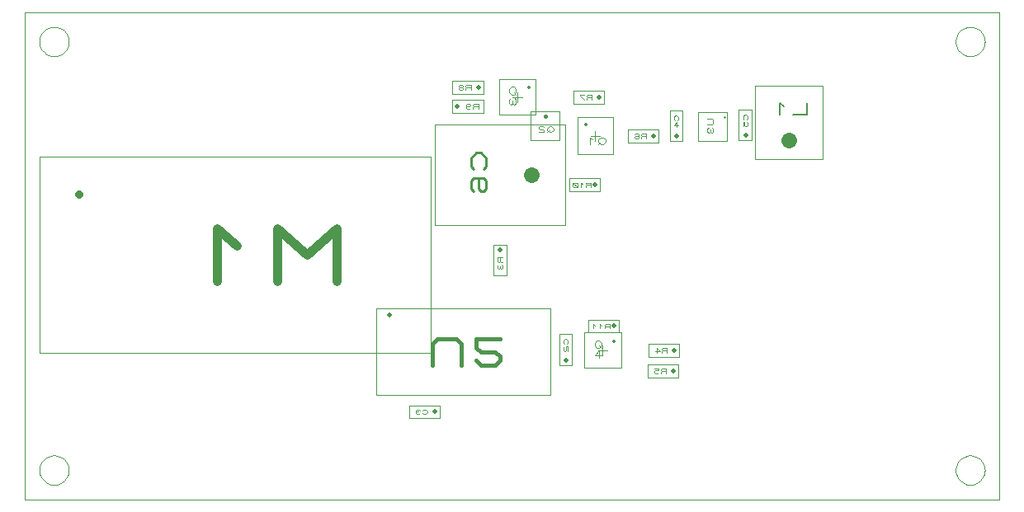
<source format=gbr>
G04 PROTEUS GERBER X2 FILE*
%TF.GenerationSoftware,Labcenter,Proteus,8.16-SP3-Build36097*%
%TF.CreationDate,2025-11-07T09:34:26+00:00*%
%TF.FileFunction,AssemblyDrawing,Bot*%
%TF.FilePolarity,Positive*%
%TF.Part,Single*%
%TF.SameCoordinates,{86f2edb6-a998-41b4-a695-59585592bfa3}*%
%FSLAX45Y45*%
%MOMM*%
G01*
%TA.AperFunction,Profile*%
%ADD20C,0.101600*%
%TA.AperFunction,Material*%
%ADD72C,0.101600*%
%ADD64C,0.508000*%
%ADD65C,0.076200*%
%ADD62C,0.812800*%
%ADD80C,0.911120*%
%ADD33C,0.050000*%
%ADD81C,0.375920*%
%ADD82C,0.115000*%
%ADD83C,0.406400*%
%ADD84C,0.096520*%
%ADD85C,0.254000*%
%ADD86C,0.093130*%
%ADD32C,0.100000*%
%ADD87C,1.640000*%
%ADD88C,0.204500*%
%ADD89C,1.600000*%
%ADD90C,0.255160*%
%ADD66C,0.440230*%
%TD.AperFunction*%
D20*
X-5528000Y-2391260D02*
X+4472000Y-2391260D01*
X+4472000Y+2608740D01*
X-5528000Y+2608740D01*
X-5528000Y-2391260D01*
X+4322000Y+2308740D02*
X+4321498Y+2320998D01*
X+4317422Y+2345515D01*
X+4308906Y+2370032D01*
X+4295032Y+2394549D01*
X+4273806Y+2418901D01*
X+4249289Y+2437295D01*
X+4224772Y+2449151D01*
X+4200255Y+2456055D01*
X+4175738Y+2458693D01*
X+4172000Y+2458740D01*
X+4022000Y+2308740D02*
X+4022502Y+2320998D01*
X+4026578Y+2345515D01*
X+4035094Y+2370032D01*
X+4048968Y+2394549D01*
X+4070194Y+2418901D01*
X+4094711Y+2437295D01*
X+4119228Y+2449151D01*
X+4143745Y+2456055D01*
X+4168262Y+2458693D01*
X+4172000Y+2458740D01*
X+4022000Y+2308740D02*
X+4022502Y+2296482D01*
X+4026578Y+2271965D01*
X+4035094Y+2247448D01*
X+4048968Y+2222931D01*
X+4070194Y+2198579D01*
X+4094711Y+2180185D01*
X+4119228Y+2168329D01*
X+4143745Y+2161425D01*
X+4168262Y+2158787D01*
X+4172000Y+2158740D01*
X+4322000Y+2308740D02*
X+4321498Y+2296482D01*
X+4317422Y+2271965D01*
X+4308906Y+2247448D01*
X+4295032Y+2222931D01*
X+4273806Y+2198579D01*
X+4249289Y+2180185D01*
X+4224772Y+2168329D01*
X+4200255Y+2161425D01*
X+4175738Y+2158787D01*
X+4172000Y+2158740D01*
X+4322000Y-2091260D02*
X+4321498Y-2079002D01*
X+4317422Y-2054485D01*
X+4308906Y-2029968D01*
X+4295032Y-2005451D01*
X+4273806Y-1981099D01*
X+4249289Y-1962705D01*
X+4224772Y-1950849D01*
X+4200255Y-1943945D01*
X+4175738Y-1941307D01*
X+4172000Y-1941260D01*
X+4022000Y-2091260D02*
X+4022502Y-2079002D01*
X+4026578Y-2054485D01*
X+4035094Y-2029968D01*
X+4048968Y-2005451D01*
X+4070194Y-1981099D01*
X+4094711Y-1962705D01*
X+4119228Y-1950849D01*
X+4143745Y-1943945D01*
X+4168262Y-1941307D01*
X+4172000Y-1941260D01*
X+4022000Y-2091260D02*
X+4022502Y-2103518D01*
X+4026578Y-2128035D01*
X+4035094Y-2152552D01*
X+4048968Y-2177069D01*
X+4070194Y-2201421D01*
X+4094711Y-2219815D01*
X+4119228Y-2231671D01*
X+4143745Y-2238575D01*
X+4168262Y-2241213D01*
X+4172000Y-2241260D01*
X+4322000Y-2091260D02*
X+4321498Y-2103518D01*
X+4317422Y-2128035D01*
X+4308906Y-2152552D01*
X+4295032Y-2177069D01*
X+4273806Y-2201421D01*
X+4249289Y-2219815D01*
X+4224772Y-2231671D01*
X+4200255Y-2238575D01*
X+4175738Y-2241213D01*
X+4172000Y-2241260D01*
X-5078000Y-2091260D02*
X-5078502Y-2079002D01*
X-5082578Y-2054485D01*
X-5091094Y-2029968D01*
X-5104968Y-2005451D01*
X-5126194Y-1981099D01*
X-5150711Y-1962705D01*
X-5175228Y-1950849D01*
X-5199745Y-1943945D01*
X-5224262Y-1941307D01*
X-5228000Y-1941260D01*
X-5378000Y-2091260D02*
X-5377498Y-2079002D01*
X-5373422Y-2054485D01*
X-5364906Y-2029968D01*
X-5351032Y-2005451D01*
X-5329806Y-1981099D01*
X-5305289Y-1962705D01*
X-5280772Y-1950849D01*
X-5256255Y-1943945D01*
X-5231738Y-1941307D01*
X-5228000Y-1941260D01*
X-5378000Y-2091260D02*
X-5377498Y-2103518D01*
X-5373422Y-2128035D01*
X-5364906Y-2152552D01*
X-5351032Y-2177069D01*
X-5329806Y-2201421D01*
X-5305289Y-2219815D01*
X-5280772Y-2231671D01*
X-5256255Y-2238575D01*
X-5231738Y-2241213D01*
X-5228000Y-2241260D01*
X-5078000Y-2091260D02*
X-5078502Y-2103518D01*
X-5082578Y-2128035D01*
X-5091094Y-2152552D01*
X-5104968Y-2177069D01*
X-5126194Y-2201421D01*
X-5150711Y-2219815D01*
X-5175228Y-2231671D01*
X-5199745Y-2238575D01*
X-5224262Y-2241213D01*
X-5228000Y-2241260D01*
X-5078000Y+2308740D02*
X-5078502Y+2320998D01*
X-5082578Y+2345515D01*
X-5091094Y+2370032D01*
X-5104968Y+2394549D01*
X-5126194Y+2418901D01*
X-5150711Y+2437295D01*
X-5175228Y+2449151D01*
X-5199745Y+2456055D01*
X-5224262Y+2458693D01*
X-5228000Y+2458740D01*
X-5378000Y+2308740D02*
X-5377498Y+2320998D01*
X-5373422Y+2345515D01*
X-5364906Y+2370032D01*
X-5351032Y+2394549D01*
X-5329806Y+2418901D01*
X-5305289Y+2437295D01*
X-5280772Y+2449151D01*
X-5256255Y+2456055D01*
X-5231738Y+2458693D01*
X-5228000Y+2458740D01*
X-5378000Y+2308740D02*
X-5377498Y+2296482D01*
X-5373422Y+2271965D01*
X-5364906Y+2247448D01*
X-5351032Y+2222931D01*
X-5329806Y+2198579D01*
X-5305289Y+2180185D01*
X-5280772Y+2168329D01*
X-5256255Y+2161425D01*
X-5231738Y+2158787D01*
X-5228000Y+2158740D01*
X-5078000Y+2308740D02*
X-5078502Y+2296482D01*
X-5082578Y+2271965D01*
X-5091094Y+2247448D01*
X-5104968Y+2222931D01*
X-5126194Y+2198579D01*
X-5150711Y+2180185D01*
X-5175228Y+2168329D01*
X-5199745Y+2161425D01*
X-5224262Y+2158787D01*
X-5228000Y+2158740D01*
D72*
X+99200Y+1671420D02*
X+414160Y+1671420D01*
X+414160Y+1803500D01*
X+99200Y+1803500D01*
X+99200Y+1671420D01*
D64*
X+363360Y+1740000D02*
X+363360Y+1740000D01*
D65*
X+287160Y+1714600D02*
X+287160Y+1760320D01*
X+244298Y+1760320D01*
X+235725Y+1752700D01*
X+235725Y+1745080D01*
X+244298Y+1737460D01*
X+287160Y+1737460D01*
X+244298Y+1737460D02*
X+235725Y+1729840D01*
X+235725Y+1714600D01*
X+210008Y+1760320D02*
X+167145Y+1760320D01*
X+167145Y+1752700D01*
X+210008Y+1714600D01*
D72*
X-1140800Y+1771420D02*
X-825840Y+1771420D01*
X-825840Y+1903500D01*
X-1140800Y+1903500D01*
X-1140800Y+1771420D01*
D64*
X-876640Y+1840000D02*
X-876640Y+1840000D01*
D65*
X-952840Y+1814600D02*
X-952840Y+1860320D01*
X-995702Y+1860320D01*
X-1004275Y+1852700D01*
X-1004275Y+1845080D01*
X-995702Y+1837460D01*
X-952840Y+1837460D01*
X-995702Y+1837460D02*
X-1004275Y+1829840D01*
X-1004275Y+1814600D01*
X-1038565Y+1837460D02*
X-1029992Y+1845080D01*
X-1029992Y+1852700D01*
X-1038565Y+1860320D01*
X-1064282Y+1860320D01*
X-1072855Y+1852700D01*
X-1072855Y+1845080D01*
X-1064282Y+1837460D01*
X-1038565Y+1837460D01*
X-1029992Y+1829840D01*
X-1029992Y+1822220D01*
X-1038565Y+1814600D01*
X-1064282Y+1814600D01*
X-1072855Y+1822220D01*
X-1072855Y+1829840D01*
X-1064282Y+1837460D01*
D72*
X-1140800Y+1576500D02*
X-825840Y+1576500D01*
X-825840Y+1708580D01*
X-1140800Y+1708580D01*
X-1140800Y+1576500D01*
D64*
X-1090000Y+1640000D02*
X-1090000Y+1640000D01*
D65*
X-876640Y+1619680D02*
X-876640Y+1665400D01*
X-919502Y+1665400D01*
X-928075Y+1657780D01*
X-928075Y+1650160D01*
X-919502Y+1642540D01*
X-876640Y+1642540D01*
X-919502Y+1642540D02*
X-928075Y+1634920D01*
X-928075Y+1619680D01*
X-996655Y+1650160D02*
X-988082Y+1642540D01*
X-962365Y+1642540D01*
X-953792Y+1650160D01*
X-953792Y+1657780D01*
X-962365Y+1665400D01*
X-988082Y+1665400D01*
X-996655Y+1657780D01*
X-996655Y+1627300D01*
X-988082Y+1619680D01*
X-962365Y+1619680D01*
D72*
X-5375080Y-885080D02*
X-1364920Y-885080D01*
X-1364920Y+1125080D01*
X-5375080Y+1125080D01*
X-5375080Y-885080D01*
D62*
X-4970000Y+740000D02*
X-4970000Y+740000D01*
D80*
X-2327132Y-153336D02*
X-2327132Y+393336D01*
X-2634635Y+120000D01*
X-2942138Y+393336D01*
X-2942138Y-153336D01*
X-3352142Y+211112D02*
X-3557144Y+393336D01*
X-3557144Y-153336D01*
D72*
X-1584080Y-1558580D02*
X-1269120Y-1558580D01*
X-1269120Y-1426500D01*
X-1584080Y-1426500D01*
X-1584080Y-1558580D01*
D64*
X-1319920Y-1490000D02*
X-1319920Y-1490000D01*
D65*
X-1447555Y-1507780D02*
X-1438982Y-1515400D01*
X-1413265Y-1515400D01*
X-1396120Y-1500160D01*
X-1396120Y-1484920D01*
X-1413265Y-1469680D01*
X-1438982Y-1469680D01*
X-1447555Y-1477300D01*
X-1473272Y-1477300D02*
X-1481845Y-1469680D01*
X-1507562Y-1469680D01*
X-1516135Y-1477300D01*
X-1516135Y-1484920D01*
X-1507562Y-1492540D01*
X-1516135Y-1500160D01*
X-1516135Y-1507780D01*
X-1507562Y-1515400D01*
X-1481845Y-1515400D01*
X-1473272Y-1507780D01*
X-1490417Y-1492540D02*
X-1507562Y-1492540D01*
D72*
X+659200Y+1271420D02*
X+974160Y+1271420D01*
X+974160Y+1403500D01*
X+659200Y+1403500D01*
X+659200Y+1271420D01*
D64*
X+923360Y+1340000D02*
X+923360Y+1340000D01*
D65*
X+847160Y+1314600D02*
X+847160Y+1360320D01*
X+804298Y+1360320D01*
X+795725Y+1352700D01*
X+795725Y+1345080D01*
X+804298Y+1337460D01*
X+847160Y+1337460D01*
X+804298Y+1337460D02*
X+795725Y+1329840D01*
X+795725Y+1314600D01*
X+727145Y+1352700D02*
X+735718Y+1360320D01*
X+761435Y+1360320D01*
X+770008Y+1352700D01*
X+770008Y+1322220D01*
X+761435Y+1314600D01*
X+735718Y+1314600D01*
X+727145Y+1322220D01*
X+727145Y+1329840D01*
X+735718Y+1337460D01*
X+770008Y+1337460D01*
D72*
X-45220Y-1010800D02*
X+86860Y-1010800D01*
X+86860Y-695840D01*
X-45220Y-695840D01*
X-45220Y-1010800D01*
D64*
X+23360Y-960000D02*
X+23360Y-960000D01*
D65*
X+36060Y-798075D02*
X+43680Y-789502D01*
X+43680Y-763785D01*
X+28440Y-746640D01*
X+13200Y-746640D01*
X-2040Y-763785D01*
X-2040Y-789502D01*
X+5580Y-798075D01*
X+5580Y-823792D02*
X-2040Y-832365D01*
X-2040Y-858082D01*
X+5580Y-866655D01*
X+13200Y-866655D01*
X+20820Y-858082D01*
X+20820Y-832365D01*
X+28440Y-823792D01*
X+43680Y-823792D01*
X+43680Y-866655D01*
D72*
X+869200Y-928580D02*
X+1184160Y-928580D01*
X+1184160Y-796500D01*
X+869200Y-796500D01*
X+869200Y-928580D01*
D64*
X+1133360Y-860000D02*
X+1133360Y-860000D01*
D65*
X+1057160Y-885400D02*
X+1057160Y-839680D01*
X+1014298Y-839680D01*
X+1005725Y-847300D01*
X+1005725Y-854920D01*
X+1014298Y-862540D01*
X+1057160Y-862540D01*
X+1014298Y-862540D02*
X+1005725Y-870160D01*
X+1005725Y-885400D01*
X+937145Y-870160D02*
X+988580Y-870160D01*
X+954290Y-839680D01*
X+954290Y-885400D01*
D72*
X+862560Y-1138580D02*
X+1177520Y-1138580D01*
X+1177520Y-1006500D01*
X+862560Y-1006500D01*
X+862560Y-1138580D01*
D64*
X+1126720Y-1070000D02*
X+1126720Y-1070000D01*
D65*
X+1050520Y-1095400D02*
X+1050520Y-1049680D01*
X+1007658Y-1049680D01*
X+999085Y-1057300D01*
X+999085Y-1064920D01*
X+1007658Y-1072540D01*
X+1050520Y-1072540D01*
X+1007658Y-1072540D02*
X+999085Y-1080160D01*
X+999085Y-1095400D01*
X+930505Y-1049680D02*
X+973368Y-1049680D01*
X+973368Y-1064920D01*
X+939078Y-1064920D01*
X+930505Y-1072540D01*
X+930505Y-1087780D01*
X+939078Y-1095400D01*
X+964795Y-1095400D01*
X+973368Y-1087780D01*
D33*
X+591000Y-1040000D02*
X+211000Y-1040000D01*
X+211000Y-680000D01*
X+591000Y-680000D01*
X+591000Y-1040000D01*
X+401000Y-810000D02*
X+401000Y-910000D01*
X+351000Y-860000D02*
X+451000Y-860000D01*
D81*
X+516000Y-765000D02*
X+516000Y-765000D01*
D82*
X+341352Y-756493D02*
X+318350Y-782369D01*
X+318350Y-808246D01*
X+341352Y-834123D01*
X+364353Y-834123D01*
X+387355Y-808246D01*
X+387355Y-782369D01*
X+364353Y-756493D01*
X+341352Y-756493D01*
X+364353Y-808246D02*
X+387355Y-834123D01*
X+364353Y-937630D02*
X+364353Y-860000D01*
X+318350Y-911753D01*
X+387355Y-911753D01*
D72*
X+249200Y-678580D02*
X+564160Y-678580D01*
X+564160Y-546500D01*
X+249200Y-546500D01*
X+249200Y-678580D01*
D64*
X+513360Y-610000D02*
X+513360Y-610000D01*
D65*
X+471450Y-635400D02*
X+471450Y-589680D01*
X+428588Y-589680D01*
X+420015Y-597300D01*
X+420015Y-604920D01*
X+428588Y-612540D01*
X+471450Y-612540D01*
X+428588Y-612540D02*
X+420015Y-620160D01*
X+420015Y-635400D01*
X+385725Y-604920D02*
X+368580Y-589680D01*
X+368580Y-635400D01*
X+317145Y-604920D02*
X+300000Y-589680D01*
X+300000Y-635400D01*
D72*
X-339860Y+1298700D02*
X-40140Y+1298700D01*
X-40140Y+1590800D01*
X-339860Y+1590800D01*
X-339860Y+1298700D01*
D83*
X-190000Y+1540000D02*
X-190000Y+1540000D01*
D84*
X-103132Y+1418842D02*
X-124849Y+1438146D01*
X-146566Y+1438146D01*
X-168283Y+1418842D01*
X-168283Y+1399538D01*
X-146566Y+1380234D01*
X-124849Y+1380234D01*
X-103132Y+1399538D01*
X-103132Y+1418842D01*
X-146566Y+1399538D02*
X-168283Y+1380234D01*
X-200858Y+1428494D02*
X-211717Y+1438146D01*
X-244292Y+1438146D01*
X-255151Y+1428494D01*
X-255151Y+1418842D01*
X-244292Y+1409190D01*
X-211717Y+1409190D01*
X-200858Y+1399538D01*
X-200858Y+1380234D01*
X-255151Y+1380234D01*
D33*
X+505000Y+1530000D02*
X+505000Y+1150000D01*
X+145000Y+1150000D01*
X+145000Y+1530000D01*
X+505000Y+1530000D01*
X+275000Y+1340000D02*
X+375000Y+1340000D01*
X+325000Y+1290000D02*
X+325000Y+1390000D01*
D81*
X+230000Y+1455000D02*
X+230000Y+1455000D01*
D82*
X+428507Y+1303352D02*
X+402631Y+1326354D01*
X+376754Y+1326354D01*
X+350877Y+1303352D01*
X+350877Y+1280351D01*
X+376754Y+1257349D01*
X+402631Y+1257349D01*
X+428507Y+1280351D01*
X+428507Y+1303352D01*
X+376754Y+1280351D02*
X+350877Y+1257349D01*
X+299124Y+1303352D02*
X+273247Y+1326354D01*
X+273247Y+1257349D01*
D72*
X+1088060Y+1285840D02*
X+1220140Y+1285840D01*
X+1220140Y+1600800D01*
X+1088060Y+1600800D01*
X+1088060Y+1285840D01*
D64*
X+1156640Y+1336640D02*
X+1156640Y+1336640D01*
D65*
X+1169340Y+1498565D02*
X+1176960Y+1507138D01*
X+1176960Y+1532855D01*
X+1161720Y+1550000D01*
X+1146480Y+1550000D01*
X+1131240Y+1532855D01*
X+1131240Y+1507138D01*
X+1138860Y+1498565D01*
X+1161720Y+1429985D02*
X+1161720Y+1481420D01*
X+1131240Y+1447130D01*
X+1176960Y+1447130D01*
D72*
X+1375710Y+1292350D02*
X+1677970Y+1292350D01*
X+1677970Y+1581910D01*
X+1375710Y+1581910D01*
X+1375710Y+1292350D01*
D85*
X+1646220Y+1534920D02*
X+1646220Y+1534920D01*
D86*
X+1476675Y+1520949D02*
X+1523242Y+1520949D01*
X+1532555Y+1510472D01*
X+1532555Y+1468563D01*
X+1523242Y+1458085D01*
X+1476675Y+1458085D01*
X+1485988Y+1426653D02*
X+1476675Y+1416176D01*
X+1476675Y+1384744D01*
X+1485988Y+1374266D01*
X+1495302Y+1374266D01*
X+1504615Y+1384744D01*
X+1513928Y+1374266D01*
X+1523242Y+1374266D01*
X+1532555Y+1384744D01*
X+1532555Y+1416176D01*
X+1523242Y+1426653D01*
X+1504615Y+1405698D02*
X+1504615Y+1384744D01*
D72*
X+1798060Y+1295840D02*
X+1930140Y+1295840D01*
X+1930140Y+1610800D01*
X+1798060Y+1610800D01*
X+1798060Y+1295840D01*
D64*
X+1866640Y+1346640D02*
X+1866640Y+1346640D01*
D65*
X+1879340Y+1508565D02*
X+1886960Y+1517138D01*
X+1886960Y+1542855D01*
X+1871720Y+1560000D01*
X+1856480Y+1560000D01*
X+1841240Y+1542855D01*
X+1841240Y+1517138D01*
X+1848860Y+1508565D01*
X+1841240Y+1439985D02*
X+1841240Y+1482848D01*
X+1856480Y+1482848D01*
X+1856480Y+1448558D01*
X+1864100Y+1439985D01*
X+1879340Y+1439985D01*
X+1886960Y+1448558D01*
X+1886960Y+1474275D01*
X+1879340Y+1482848D01*
D32*
X+1960000Y+1105000D02*
X+2660000Y+1105000D01*
X+2660000Y+1855000D01*
X+1960000Y+1855000D01*
X+1960000Y+1105000D01*
D87*
X+2310000Y+1298000D02*
X+2310000Y+1298000D01*
D88*
X+2494050Y+1681350D02*
X+2494050Y+1558650D01*
X+2356013Y+1558650D01*
X+2263988Y+1640450D02*
X+2217975Y+1681350D01*
X+2217975Y+1558650D01*
D33*
X-1325000Y+425000D02*
X+15000Y+425000D01*
X+15000Y+1455000D01*
X-1325000Y+1455000D01*
X-1325000Y+425000D01*
D89*
X-335000Y+940000D02*
X-335000Y+940000D01*
D90*
X-820216Y+997413D02*
X-794699Y+1026120D01*
X-794699Y+1112239D01*
X-845733Y+1169651D01*
X-896766Y+1169651D01*
X-947800Y+1112239D01*
X-947800Y+1026120D01*
X-922283Y+997413D01*
X-922283Y+767762D02*
X-947800Y+796469D01*
X-947800Y+882588D01*
X-922283Y+911294D01*
X-820216Y+911294D01*
X-794699Y+882588D01*
X-794699Y+796469D01*
X-820216Y+767762D01*
X-845733Y+767762D01*
X-871250Y+796469D01*
X-871250Y+911294D01*
D72*
X+59200Y+771420D02*
X+374160Y+771420D01*
X+374160Y+903500D01*
X+59200Y+903500D01*
X+59200Y+771420D01*
D64*
X+323360Y+840000D02*
X+323360Y+840000D01*
D65*
X+281450Y+814600D02*
X+281450Y+860320D01*
X+238588Y+860320D01*
X+230015Y+852700D01*
X+230015Y+845080D01*
X+238588Y+837460D01*
X+281450Y+837460D01*
X+238588Y+837460D02*
X+230015Y+829840D01*
X+230015Y+814600D01*
X+195725Y+845080D02*
X+178580Y+860320D01*
X+178580Y+814600D01*
X+144290Y+822220D02*
X+144290Y+852700D01*
X+135718Y+860320D01*
X+101428Y+860320D01*
X+92855Y+852700D01*
X+92855Y+822220D01*
X+101428Y+814600D01*
X+135718Y+814600D01*
X+144290Y+822220D01*
X+144290Y+814600D02*
X+92855Y+860320D01*
D72*
X-720140Y-90800D02*
X-588060Y-90800D01*
X-588060Y+224160D01*
X-720140Y+224160D01*
X-720140Y-90800D01*
D64*
X-656640Y+173360D02*
X-656640Y+173360D01*
D65*
X-631240Y+97160D02*
X-676960Y+97160D01*
X-676960Y+54298D01*
X-669340Y+45725D01*
X-661720Y+45725D01*
X-654100Y+54298D01*
X-654100Y+97160D01*
X-654100Y+54298D02*
X-646480Y+45725D01*
X-631240Y+45725D01*
X-669340Y+20008D02*
X-676960Y+11435D01*
X-676960Y-14282D01*
X-669340Y-22855D01*
X-661720Y-22855D01*
X-654100Y-14282D01*
X-646480Y-22855D01*
X-638860Y-22855D01*
X-631240Y-14282D01*
X-631240Y+11435D01*
X-638860Y+20008D01*
X-654100Y+2863D02*
X-654100Y-14282D01*
D72*
X-1922080Y-1323500D02*
X-133920Y-1323500D01*
X-133920Y-434500D01*
X-1922080Y-434500D01*
X-1922080Y-1323500D01*
D64*
X-1790000Y-498000D02*
X-1790000Y-498000D01*
D66*
X-1345468Y-1011069D02*
X-1345468Y-790953D01*
X-1295942Y-746930D01*
X-1097838Y-746930D01*
X-1048312Y-790953D01*
X-1048312Y-1011069D01*
X-899734Y-967046D02*
X-850208Y-1011069D01*
X-701630Y-1011069D01*
X-652104Y-967046D01*
X-652104Y-923023D01*
X-701630Y-879000D01*
X-850208Y-879000D01*
X-899734Y-834976D01*
X-899734Y-746930D01*
X-652104Y-746930D01*
D33*
X-285000Y+1560000D02*
X-665000Y+1560000D01*
X-665000Y+1920000D01*
X-285000Y+1920000D01*
X-285000Y+1560000D01*
X-475000Y+1790000D02*
X-475000Y+1690000D01*
X-525000Y+1740000D02*
X-425000Y+1740000D01*
D81*
X-360000Y+1835000D02*
X-360000Y+1835000D01*
D82*
X-534648Y+1843507D02*
X-557650Y+1817631D01*
X-557650Y+1791754D01*
X-534648Y+1765877D01*
X-511647Y+1765877D01*
X-488645Y+1791754D01*
X-488645Y+1817631D01*
X-511647Y+1843507D01*
X-534648Y+1843507D01*
X-511647Y+1791754D02*
X-488645Y+1765877D01*
X-546149Y+1727062D02*
X-557650Y+1714124D01*
X-557650Y+1675309D01*
X-546149Y+1662370D01*
X-534648Y+1662370D01*
X-523148Y+1675309D01*
X-511647Y+1662370D01*
X-500146Y+1662370D01*
X-488645Y+1675309D01*
X-488645Y+1714124D01*
X-500146Y+1727062D01*
X-523148Y+1701185D02*
X-523148Y+1675309D01*
M02*

</source>
